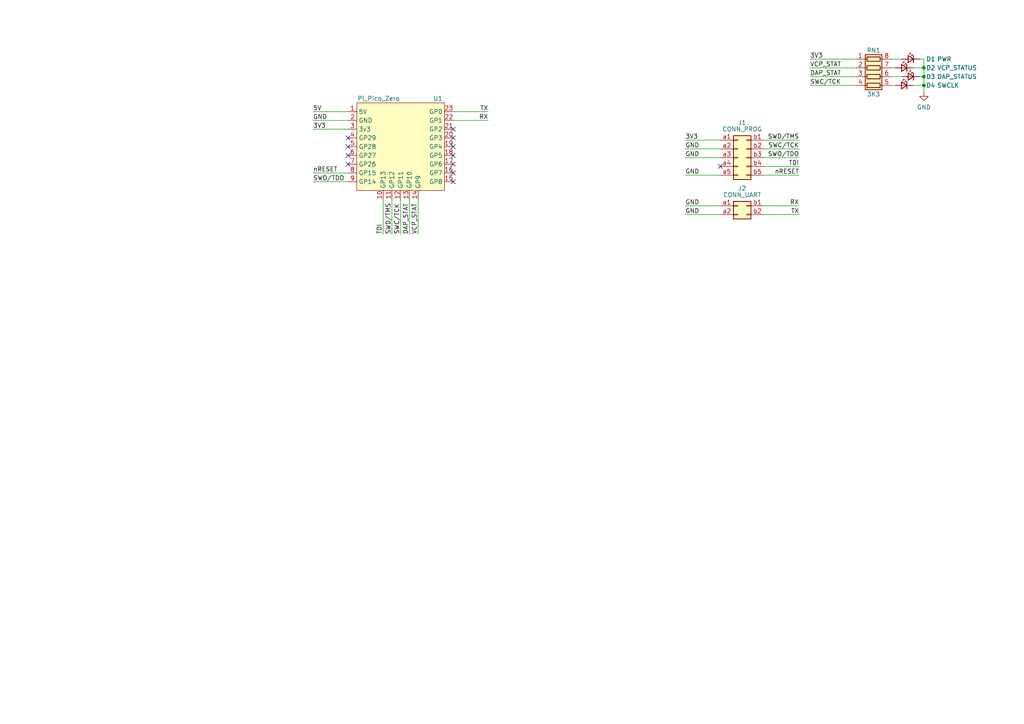
<source format=kicad_sch>
(kicad_sch (version 20231120) (generator "eeschema") (generator_version "8.0")
  (paper "A4")
  (title_block (title "Pi Pico Zero CMSIS-DAP") (date "2024-11-20") (rev "MkI") (comment 1 "ADBeta"))
  (lib_symbols
    (symbol "Connector_Generic:Conn_02x02_Row_Letter_First" (pin_names (offset 1.016) hide)
      (property "Reference" "J" (at 1.27 2.54 0))
      (property "Value" "Conn_02x02_Row_Letter_First" (at 1.27 -5.08 0))
      (symbol "Conn_02x02_Row_Letter_First_1_1"
        (rectangle (start -1.27 -2.413) (end 0 -2.667) (stroke (width 0.1524)))
        (rectangle (start -1.27 0.127) (end 0 -0.127) (stroke (width 0.1524)))
        (rectangle (start -1.27 1.27) (end 3.81 -3.81) (stroke (width 0.254)) (fill (type background)))
        (rectangle (start 3.81 -2.413) (end 2.54 -2.667) (stroke (width 0.1524)))
        (rectangle (start 3.81 0.127) (end 2.54 -0.127) (stroke (width 0.1524)))
        (pin passive line (at -5.08 0 0) (length 3.81) (name "Pin_a1") (number "a1"))
        (pin passive line (at -5.08 -2.54 0) (length 3.81) (name "Pin_a2") (number "a2"))
        (pin passive line (at 7.62 0 180) (length 3.81) (name "Pin_b1") (number "b1"))
        (pin passive line (at 7.62 -2.54 180) (length 3.81) (name "Pin_b2") (number "b2"))
      )
    )
    (symbol "Connector_Generic:Conn_02x05_Row_Letter_First" (pin_names (offset 1.016) hide)
      (property "Reference" "J" (at 1.27 7.62 0))
      (property "Value" "Conn_02x05_Row_Letter_First" (at 1.27 -7.62 0))
      (symbol "Conn_02x05_Row_Letter_First_1_1"
        (rectangle (start -1.27 -4.953) (end 0 -5.207) (stroke (width 0.1524)))
        (rectangle (start -1.27 -2.413) (end 0 -2.667) (stroke (width 0.1524)))
        (rectangle (start -1.27 0.127) (end 0 -0.127) (stroke (width 0.1524)))
        (rectangle (start -1.27 2.667) (end 0 2.413) (stroke (width 0.1524)))
        (rectangle (start -1.27 5.207) (end 0 4.953) (stroke (width 0.1524)))
        (rectangle (start -1.27 6.35) (end 3.81 -6.35) (stroke (width 0.254)) (fill (type background)))
        (rectangle (start 3.81 -4.953) (end 2.54 -5.207) (stroke (width 0.1524)))
        (rectangle (start 3.81 -2.413) (end 2.54 -2.667) (stroke (width 0.1524)))
        (rectangle (start 3.81 0.127) (end 2.54 -0.127) (stroke (width 0.1524)))
        (rectangle (start 3.81 2.667) (end 2.54 2.413) (stroke (width 0.1524)))
        (rectangle (start 3.81 5.207) (end 2.54 4.953) (stroke (width 0.1524)))
        (pin passive line (at -5.08 5.08 0) (length 3.81) (name "Pin_a1") (number "a1"))
        (pin passive line (at -5.08 2.54 0) (length 3.81) (name "Pin_a2") (number "a2"))
        (pin passive line (at -5.08 0 0) (length 3.81) (name "Pin_a3") (number "a3"))
        (pin passive line (at -5.08 -2.54 0) (length 3.81) (name "Pin_a4") (number "a4"))
        (pin passive line (at -5.08 -5.08 0) (length 3.81) (name "Pin_a5") (number "a5"))
        (pin passive line (at 7.62 5.08 180) (length 3.81) (name "Pin_b1") (number "b1"))
        (pin passive line (at 7.62 2.54 180) (length 3.81) (name "Pin_b2") (number "b2"))
        (pin passive line (at 7.62 0 180) (length 3.81) (name "Pin_b3") (number "b3"))
        (pin passive line (at 7.62 -2.54 180) (length 3.81) (name "Pin_b4") (number "b4"))
        (pin passive line (at 7.62 -5.08 180) (length 3.81) (name "Pin_b5") (number "b5"))
      )
    )
    (symbol "Device:LED_Small" (pin_numbers hide) (pin_names (offset 0.254) hide)
      (property "Reference" "D" (at -1.27 3.175 0))
      (property "Value" "LED_Small" (at -4.445 -2.54 0))
      (symbol "LED_Small_0_1"
        (polyline (pts (xy -0.762 -1.016) (xy -0.762 1.016)) (stroke (width 0.254)))
        (polyline (pts (xy 1.016 0) (xy -0.762 0)))
        (polyline (pts (xy 0.762 -1.016) (xy -0.762 0) (xy 0.762 1.016) (xy 0.762 -1.016)) (stroke (width 0.254)))
        (polyline (pts (xy 0 0.762) (xy -0.508 1.27) (xy -0.254 1.27) (xy -0.508 1.27) (xy -0.508 1.016)))
        (polyline (pts (xy 0.508 1.27) (xy 0 1.778) (xy 0.254 1.778) (xy 0 1.778) (xy 0 1.524)))
      )
      (symbol "LED_Small_1_1"
        (pin passive line (at -2.54 0 0) (length 1.778) (name "K") (number "1"))
        (pin passive line (at 2.54 0 180) (length 1.778) (name "A") (number "2"))
      )
    )
    (symbol "Device:R_Pack04" (pin_names (offset 0) hide)
      (property "Reference" "RN" (at -7.62 0 90))
      (property "Value" "R_Pack04" (at 5.08 0 90))
      (symbol "R_Pack04_0_1"
        (rectangle (start -6.35 -2.413) (end 3.81 2.413) (stroke (width 0.254)) (fill (type background)))
        (rectangle (start -5.715 1.905) (end -4.445 -1.905) (stroke (width 0.254)))
        (rectangle (start -3.175 1.905) (end -1.905 -1.905) (stroke (width 0.254)))
        (rectangle (start -0.635 1.905) (end 0.635 -1.905) (stroke (width 0.254)))
        (polyline (pts (xy -5.08 -2.54) (xy -5.08 -1.905)))
        (polyline (pts (xy -5.08 1.905) (xy -5.08 2.54)))
        (polyline (pts (xy -2.54 -2.54) (xy -2.54 -1.905)))
        (polyline (pts (xy -2.54 1.905) (xy -2.54 2.54)))
        (polyline (pts (xy 0 -2.54) (xy 0 -1.905)))
        (polyline (pts (xy 0 1.905) (xy 0 2.54)))
        (polyline (pts (xy 2.54 -2.54) (xy 2.54 -1.905)))
        (polyline (pts (xy 2.54 1.905) (xy 2.54 2.54)))
        (rectangle (start 1.905 1.905) (end 3.175 -1.905) (stroke (width 0.254)))
      )
      (symbol "R_Pack04_1_1"
        (pin passive line (at -5.08 -5.08 90) (length 2.54) (name "R1.1") (number "1"))
        (pin passive line (at -2.54 -5.08 90) (length 2.54) (name "R2.1") (number "2"))
        (pin passive line (at 0 -5.08 90) (length 2.54) (name "R3.1") (number "3"))
        (pin passive line (at 2.54 -5.08 90) (length 2.54) (name "R4.1") (number "4"))
        (pin passive line (at 2.54 5.08 270) (length 2.54) (name "R4.2") (number "5"))
        (pin passive line (at 0 5.08 270) (length 2.54) (name "R3.2") (number "6"))
        (pin passive line (at -2.54 5.08 270) (length 2.54) (name "R2.2") (number "7"))
        (pin passive line (at -5.08 5.08 270) (length 2.54) (name "R1.2") (number "8"))
      )
    )
    (symbol "Pi_Pico_Zero:Pi_Pico_Zero"
      (property "Reference" "U" (at -11.684 13.97 0))
      (property "Value" "Pi_Pico_Zero" (at 6.35 13.97 0))
      (symbol "Pi_Pico_Zero_1_1"
        (rectangle (start -12.7 12.7) (end 12.7 -12.7) (fill (type background)))
        (pin input line (at -15.24 10.16 0) (length 2.54) (name "5V") (number "1"))
        (pin input line (at -5.08 -15.24 90) (length 2.54) (name "GP13") (number "10"))
        (pin input line (at -2.54 -15.24 90) (length 2.54) (name "GP12") (number "11"))
        (pin input line (at 0 -15.24 90) (length 2.54) (name "GP11") (number "12"))
        (pin input line (at 2.54 -15.24 90) (length 2.54) (name "GP10") (number "13"))
        (pin input line (at 5.08 -15.24 90) (length 2.54) (name "GP9") (number "14"))
        (pin input line (at 15.24 -10.16 180) (length 2.54) (name "GP8") (number "15"))
        (pin input line (at 15.24 -7.62 180) (length 2.54) (name "GP7") (number "16"))
        (pin input line (at 15.24 -5.08 180) (length 2.54) (name "GP6") (number "17"))
        (pin input line (at 15.24 -2.54 180) (length 2.54) (name "GP5") (number "18"))
        (pin input line (at 15.24 0 180) (length 2.54) (name "GP4") (number "19"))
        (pin input line (at -15.24 7.62 0) (length 2.54) (name "GND") (number "2"))
        (pin input line (at 15.24 2.54 180) (length 2.54) (name "GP3") (number "20"))
        (pin input line (at 15.24 5.08 180) (length 2.54) (name "GP2") (number "21"))
        (pin input line (at 15.24 7.62 180) (length 2.54) (name "GP1") (number "22"))
        (pin input line (at 15.24 10.16 180) (length 2.54) (name "GP0") (number "23"))
        (pin input line (at -15.24 5.08 0) (length 2.54) (name "3v3") (number "3"))
        (pin input line (at -15.24 2.54 0) (length 2.54) (name "GP29") (number "4"))
        (pin input line (at -15.24 0 0) (length 2.54) (name "GP28") (number "5"))
        (pin input line (at -15.24 -2.54 0) (length 2.54) (name "GP27") (number "6"))
        (pin input line (at -15.24 -5.08 0) (length 2.54) (name "GP26") (number "7"))
        (pin input line (at -15.24 -7.62 0) (length 2.54) (name "GP15") (number "8"))
        (pin input line (at -15.24 -10.16 0) (length 2.54) (name "GP14") (number "9"))
      )
    )
    (symbol "power:GND" (power) (pin_numbers hide) (pin_names (offset 0) hide)
      (property "Value" "GND" (at 0 -3.81 0))
      (symbol "GND_0_1"
        (polyline (pts (xy 0 0) (xy 0 -1.27) (xy 1.27 -1.27) (xy 0 -2.54) (xy -1.27 -1.27) (xy 0 -1.27)))
      )
      (symbol "GND_1_1"
        (pin power_in line (at 0 0 270) (length 0) (name "~") (number "1"))
      )
    )
  )
  (junction (at 267.97 19.685))
  (junction (at 267.97 22.225))
  (junction (at 267.97 24.765))
  (no_connect (at 131.445 40.005))
  (no_connect (at 131.445 52.705))
  (no_connect (at 208.915 48.26))
  (no_connect (at 131.445 50.165))
  (no_connect (at 100.965 42.545))
  (no_connect (at 131.445 37.465))
  (no_connect (at 100.965 47.625))
  (no_connect (at 100.965 40.005))
  (no_connect (at 100.965 45.085))
  (no_connect (at 131.445 47.625))
  (no_connect (at 131.445 45.085))
  (no_connect (at 131.445 42.545))
  (wire (pts (xy 90.805 32.385) (xy 100.965 32.385)))
  (wire (pts (xy 111.125 57.785) (xy 111.125 67.945)))
  (wire (pts (xy 266.7 22.225) (xy 267.97 22.225)))
  (wire (pts (xy 198.755 50.8) (xy 208.915 50.8)))
  (wire (pts (xy 90.805 52.705) (xy 100.965 52.705)))
  (wire (pts (xy 264.795 19.685) (xy 267.97 19.685)))
  (wire (pts (xy 234.95 19.685) (xy 248.285 19.685)))
  (wire (pts (xy 198.755 45.72) (xy 208.915 45.72)))
  (wire (pts (xy 231.775 45.72) (xy 221.615 45.72)))
  (wire (pts (xy 90.805 37.465) (xy 100.965 37.465)))
  (wire (pts (xy 267.97 19.685) (xy 267.97 22.225)))
  (wire (pts (xy 231.775 48.26) (xy 221.615 48.26)))
  (wire (pts (xy 258.445 17.145) (xy 261.62 17.145)))
  (wire (pts (xy 198.755 59.69) (xy 208.915 59.69)))
  (wire (pts (xy 118.745 57.785) (xy 118.745 67.945)))
  (wire (pts (xy 90.805 34.925) (xy 100.965 34.925)))
  (wire (pts (xy 234.95 22.225) (xy 248.285 22.225)))
  (wire (pts (xy 131.445 32.385) (xy 141.605 32.385)))
  (wire (pts (xy 267.97 22.225) (xy 267.97 24.765)))
  (wire (pts (xy 258.445 19.685) (xy 259.715 19.685)))
  (wire (pts (xy 116.205 57.785) (xy 116.205 67.945)))
  (wire (pts (xy 267.97 17.145) (xy 267.97 19.685)))
  (wire (pts (xy 90.805 50.165) (xy 100.965 50.165)))
  (wire (pts (xy 231.775 62.23) (xy 221.615 62.23)))
  (wire (pts (xy 198.755 43.18) (xy 208.915 43.18)))
  (wire (pts (xy 231.775 40.64) (xy 221.615 40.64)))
  (wire (pts (xy 231.775 43.18) (xy 221.615 43.18)))
  (wire (pts (xy 231.775 50.8) (xy 221.615 50.8)))
  (wire (pts (xy 258.445 24.765) (xy 259.715 24.765)))
  (wire (pts (xy 198.755 62.23) (xy 208.915 62.23)))
  (wire (pts (xy 131.445 34.925) (xy 141.605 34.925)))
  (wire (pts (xy 113.665 57.785) (xy 113.665 67.945)))
  (wire (pts (xy 121.285 57.785) (xy 121.285 67.945)))
  (wire (pts (xy 267.97 24.765) (xy 267.97 26.67)))
  (wire (pts (xy 198.755 40.64) (xy 208.915 40.64)))
  (wire (pts (xy 234.95 24.765) (xy 248.285 24.765)))
  (wire (pts (xy 231.775 59.69) (xy 221.615 59.69)))
  (wire (pts (xy 234.95 17.145) (xy 248.285 17.145)))
  (wire (pts (xy 258.445 22.225) (xy 261.62 22.225)))
  (wire (pts (xy 264.795 24.765) (xy 267.97 24.765)))
  (wire (pts (xy 266.7 17.145) (xy 267.97 17.145)))
  (label "DAP_STAT" (at 118.745 67.945 90))
  (label "nRESET" (at 90.805 50.165 0))
  (label "GND" (at 90.805 34.925 0))
  (label "TX" (at 231.775 62.23 180))
  (label "5V" (at 90.805 32.385 0))
  (label "VCP_STAT" (at 234.95 19.685 0))
  (label "GND" (at 198.755 59.69 0))
  (label "SWD{slash}TMS" (at 231.775 40.64 180))
  (label "3V3" (at 198.755 40.64 0))
  (label "SWC{slash}TCK" (at 116.205 67.945 90))
  (label "GND" (at 198.755 50.8 0))
  (label "TDI" (at 111.125 67.945 90))
  (label "SWC{slash}TCK" (at 234.95 24.765 0))
  (label "RX" (at 231.775 59.69 180))
  (label "SWO{slash}TDO" (at 231.775 45.72 180))
  (label "DAP_STAT" (at 234.95 22.225 0))
  (label "3V3" (at 234.95 17.145 0))
  (label "SWO{slash}TDO" (at 90.805 52.705 0))
  (label "nRESET" (at 231.775 50.8 180))
  (label "TX" (at 141.605 32.385 180))
  (label "SWD{slash}TMS" (at 113.665 67.945 90))
  (label "RX" (at 141.605 34.925 180))
  (label "GND" (at 198.755 62.23 0))
  (label "GND" (at 198.755 43.18 0))
  (label "3V3" (at 90.805 37.465 0))
  (label "SWC{slash}TCK" (at 231.775 43.18 180))
  (label "TDI" (at 231.775 48.26 180))
  (label "VCP_STAT" (at 121.285 67.945 90))
  (label "GND" (at 198.755 45.72 0))
  (symbol (lib_id "Device:LED_Small") (at 262.255 24.765 0) (mirror y) (unit 1)
    (property "Reference" "D4" (at 268.605 24.765 0) (effects (justify right)))
    (property "Value" "SWCLK" (at 271.78 24.765 0) (effects (justify right)))
    (property "Footprint" "LED_SMD:LED_0402_1005Metric_Pad0.77x0.64mm_HandSolder" (effects (hide yes)))
    (property "Description" "Light emitting diode, small symbol" (effects (hide yes)))
  )
  (symbol (lib_id "Pi_Pico_Zero:Pi_Pico_Zero") (at 116.205 42.545 0) (unit 1)
    (property "Reference" "U1" (at 127 28.575 0))
    (property "Value" "Pi_Pico_Zero" (at 109.855 28.575 0))
    (property "Footprint" "Footprints:Pi_Pico_Zero_Center_Hole" (effects (hide yes)))
  )
  (symbol (lib_id "Device:LED_Small") (at 264.16 22.225 0) (mirror y) (unit 1)
    (property "Reference" "D3" (at 268.605 22.225 0) (effects (justify right)))
    (property "Value" "DAP_STATUS" (at 271.78 22.225 0) (effects (justify right)))
    (property "Footprint" "LED_SMD:LED_0402_1005Metric_Pad0.77x0.64mm_HandSolder" (effects (hide yes)))
    (property "Description" "Light emitting diode, small symbol" (effects (hide yes)))
  )
  (symbol (lib_id "Device:LED_Small") (at 264.16 17.145 0) (mirror y) (unit 1)
    (property "Reference" "D1" (at 268.605 17.145 0) (effects (justify right)))
    (property "Value" "PWR" (at 271.78 17.145 0) (effects (justify right)))
    (property "Footprint" "LED_SMD:LED_0402_1005Metric_Pad0.77x0.64mm_HandSolder" (effects (hide yes)))
    (property "Description" "Light emitting diode, small symbol" (effects (hide yes)))
  )
  (symbol (lib_id "Device:LED_Small") (at 262.255 19.685 0) (mirror y) (unit 1)
    (property "Reference" "D2" (at 268.605 19.685 0) (effects (justify right)))
    (property "Value" "VCP_STATUS" (at 271.78 19.685 0) (effects (justify right)))
    (property "Footprint" "LED_SMD:LED_0402_1005Metric_Pad0.77x0.64mm_HandSolder" (effects (hide yes)))
    (property "Description" "Light emitting diode, small symbol" (effects (hide yes)))
  )
  (symbol (lib_id "Connector_Generic:Conn_02x02_Row_Letter_First") (at 213.995 59.69 0) (unit 1)
    (property "Reference" "J2" (at 215.265 54.61 0))
    (property "Value" "CONN_UART" (at 215.265 56.515 0))
    (property "Footprint" "Footprints:Conn_2x2_Dual_Side" (effects (hide yes)))
    (property "Description" "Generic connector, double row, 02x02, row letter first pin numbering scheme (pin number consists of a letter for the row and a number for the pin index in this row. a1, ..., aN; b1, ..., bN), script generated (kicad-library-utils/schlib/autogen/connector/)" (effects (hide yes)))
  )
  (symbol (lib_id "power:GND") (at 267.97 26.67 0) (unit 1)
    (property "Reference" "#PWR01" (effects (hide yes)))
    (property "Value" "GND" (at 267.97 31.115 0))
    (property "Description" "Power symbol creates a global label with name \"GND\" , ground" (effects (hide yes)))
  )
  (symbol (lib_id "Device:R_Pack04") (at 253.365 22.225 270) (unit 1)
    (property "Reference" "RN1" (at 253.365 14.605 90))
    (property "Value" "3K3" (at 253.365 27.305 90))
    (property "Footprint" "Resistor_SMD:R_Array_Convex_4x0603" (effects (hide yes)))
    (property "Description" "4 resistor network, parallel topology" (effects (hide yes)))
  )
  (symbol (lib_id "Connector_Generic:Conn_02x05_Row_Letter_First") (at 213.995 45.72 0) (unit 1)
    (property "Reference" "J1" (at 215.265 35.56 0))
    (property "Value" "CONN_PROG" (at 215.265 37.465 0))
    (property "Footprint" "Footprints:Conn_2x5_Dual_Side" (effects (hide yes)))
    (property "Description" "Generic connector, double row, 02x05, row letter first pin numbering scheme (pin number consists of a letter for the row and a number for the pin index in this row. a1, ..., aN; b1, ..., bN), script generated (kicad-library-utils/schlib/autogen/connector/)" (effects (hide yes)))
  )
)
</source>
